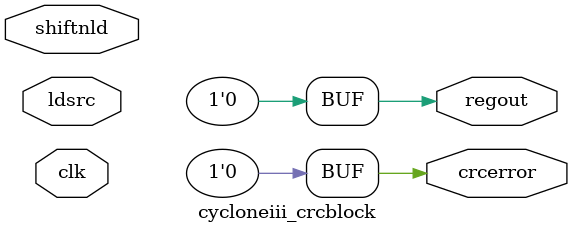
<source format=v>
module  cycloneiii_crcblock (
    clk,
    shiftnld,
    ldsrc,
    crcerror,
    regout);
input clk;
input shiftnld;
input ldsrc;
output crcerror;
output regout;
assign crcerror = 1'b0;
assign regout = 1'b0;
parameter oscillator_divider = 1;
parameter lpm_type = "cycloneiii_crcblock";
endmodule
</source>
